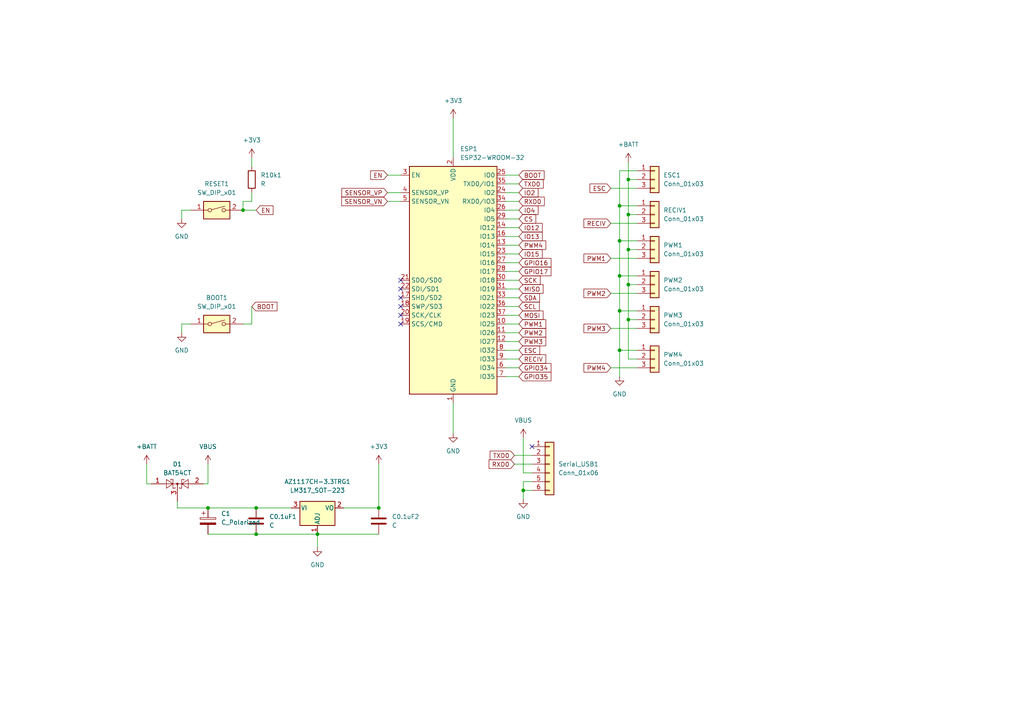
<source format=kicad_sch>
(kicad_sch (version 20230121) (generator eeschema)
  (paper "A4")
  (lib_symbols
    (symbol "Connector_Generic:Conn_01x03" (pin_names (offset 1.016) hide)
      (property "Reference" "J" (at 0 5.08 0))
      (property "Value" "Conn_01x03" (at 0 -5.08 0))
      (symbol "Conn_01x03_1_1"
        (rectangle (start -1.27 -2.413) (end 0 -2.667) (stroke (width 0.1524)))
        (rectangle (start -1.27 0.127) (end 0 -0.127) (stroke (width 0.1524)))
        (rectangle (start -1.27 2.667) (end 0 2.413) (stroke (width 0.1524)))
        (rectangle (start -1.27 3.81) (end 1.27 -3.81) (stroke (width 0.254)) (fill (type background)))
        (pin passive line (at -5.08 2.54 0) (length 3.81) (name "Pin_1") (number "1"))
        (pin passive line (at -5.08 0 0) (length 3.81) (name "Pin_2") (number "2"))
        (pin passive line (at -5.08 -2.54 0) (length 3.81) (name "Pin_3") (number "3"))
      )
    )
    (symbol "Connector_Generic:Conn_01x06" (pin_names (offset 1.016) hide)
      (property "Reference" "J" (at 0 7.62 0))
      (property "Value" "Conn_01x06" (at 0 -10.16 0))
      (symbol "Conn_01x06_1_1"
        (rectangle (start -1.27 -7.493) (end 0 -7.747) (stroke (width 0.1524)))
        (rectangle (start -1.27 -4.953) (end 0 -5.207) (stroke (width 0.1524)))
        (rectangle (start -1.27 -2.413) (end 0 -2.667) (stroke (width 0.1524)))
        (rectangle (start -1.27 0.127) (end 0 -0.127) (stroke (width 0.1524)))
        (rectangle (start -1.27 2.667) (end 0 2.413) (stroke (width 0.1524)))
        (rectangle (start -1.27 5.207) (end 0 4.953) (stroke (width 0.1524)))
        (rectangle (start -1.27 6.35) (end 1.27 -8.89) (stroke (width 0.254)) (fill (type background)))
        (pin passive line (at -5.08 5.08 0) (length 3.81) (name "Pin_1") (number "1"))
        (pin passive line (at -5.08 2.54 0) (length 3.81) (name "Pin_2") (number "2"))
        (pin passive line (at -5.08 0 0) (length 3.81) (name "Pin_3") (number "3"))
        (pin passive line (at -5.08 -2.54 0) (length 3.81) (name "Pin_4") (number "4"))
        (pin passive line (at -5.08 -5.08 0) (length 3.81) (name "Pin_5") (number "5"))
        (pin passive line (at -5.08 -7.62 0) (length 3.81) (name "Pin_6") (number "6"))
      )
    )
    (symbol "Device:C" (pin_numbers hide) (pin_names (offset 0.254))
      (property "Reference" "C" (at 0.635 2.54 0))
      (property "Value" "C" (at 0.635 -2.54 0))
      (symbol "C_0_1"
        (polyline (pts (xy -2.032 -0.762) (xy 2.032 -0.762)) (stroke (width 0.508)))
        (polyline (pts (xy -2.032 0.762) (xy 2.032 0.762)) (stroke (width 0.508)))
      )
      (symbol "C_1_1"
        (pin passive line (at 0 3.81 270) (length 2.794) (name "~") (number "1"))
        (pin passive line (at 0 -3.81 90) (length 2.794) (name "~") (number "2"))
      )
    )
    (symbol "Device:C_Polarized" (pin_numbers hide) (pin_names (offset 0.254))
      (property "Reference" "C" (at 0.635 2.54 0))
      (property "Value" "C_Polarized" (at 0.635 -2.54 0))
      (symbol "C_Polarized_0_1"
        (rectangle (start -2.286 0.508) (end 2.286 1.016))
        (polyline (pts (xy -1.778 2.286) (xy -0.762 2.286)))
        (polyline (pts (xy -1.27 2.794) (xy -1.27 1.778)))
        (rectangle (start 2.286 -0.508) (end -2.286 -1.016) (fill (type outline)))
      )
      (symbol "C_Polarized_1_1"
        (pin passive line (at 0 3.81 270) (length 2.794) (name "~") (number "1"))
        (pin passive line (at 0 -3.81 90) (length 2.794) (name "~") (number "2"))
      )
    )
    (symbol "Device:R" (pin_numbers hide) (pin_names (offset 0))
      (property "Reference" "R" (at 2.032 0 90))
      (property "Value" "R" (at 0 0 90))
      (symbol "R_0_1"
        (rectangle (start -1.016 -2.54) (end 1.016 2.54) (stroke (width 0.254)))
      )
      (symbol "R_1_1"
        (pin passive line (at 0 3.81 270) (length 1.27) (name "~") (number "1"))
        (pin passive line (at 0 -3.81 90) (length 1.27) (name "~") (number "2"))
      )
    )
    (symbol "Diode:BAT54C" (pin_names (offset 1.016))
      (property "Reference" "D" (at 0.635 -3.81 0))
      (property "Value" "BAT54C" (at -6.35 3.175 0))
      (symbol "BAT54C_0_1"
        (polyline (pts (xy -1.905 0) (xy 1.905 0)))
        (polyline (pts (xy -1.905 1.27) (xy -1.905 1.016)))
        (polyline (pts (xy -1.27 -1.27) (xy -0.635 -1.27)))
        (polyline (pts (xy -1.27 0) (xy -3.81 0)))
        (polyline (pts (xy -1.27 1.27) (xy -1.905 1.27)))
        (polyline (pts (xy -1.27 1.27) (xy -1.27 -1.27)))
        (polyline (pts (xy -0.635 -1.27) (xy -0.635 -1.016)))
        (polyline (pts (xy 0.635 -1.27) (xy 0.635 -1.016)))
        (polyline (pts (xy 1.27 -1.27) (xy 0.635 -1.27)))
        (polyline (pts (xy 1.27 1.27) (xy 1.27 -1.27)))
        (polyline (pts (xy 1.27 1.27) (xy 1.905 1.27)))
        (polyline (pts (xy 1.905 1.27) (xy 1.905 1.016)))
        (polyline (pts (xy 3.81 0) (xy 1.27 0)))
        (polyline (pts (xy -3.175 -1.27) (xy -3.175 1.27) (xy -1.27 0) (xy -3.175 -1.27)))
        (polyline (pts (xy 3.175 -1.27) (xy 3.175 1.27) (xy 1.27 0) (xy 3.175 -1.27)))
        (circle (center 0 0) (radius 0.254) (fill (type outline)))
      )
      (symbol "BAT54C_1_1"
        (pin passive line (at -7.62 0 0) (length 3.81) (name "~") (number "1"))
        (pin passive line (at 7.62 0 180) (length 3.81) (name "~") (number "2"))
        (pin passive line (at 0 -5.08 90) (length 5.08) (name "~") (number "3"))
      )
    )
    (symbol "RF_Module:ESP32-WROOM-32"
      (property "Reference" "U" (at -12.7 34.29 0))
      (property "Value" "ESP32-WROOM-32" (at 1.27 34.29 0))
      (symbol "ESP32-WROOM-32_0_1"
        (rectangle (start -12.7 33.02) (end 12.7 -33.02) (stroke (width 0.254)) (fill (type background)))
      )
      (symbol "ESP32-WROOM-32_1_1"
        (pin power_in line (at 0 -35.56 90) (length 2.54) (name "GND") (number "1"))
        (pin bidirectional line (at 15.24 -12.7 180) (length 2.54) (name "IO25") (number "10"))
        (pin bidirectional line (at 15.24 -15.24 180) (length 2.54) (name "IO26") (number "11"))
        (pin bidirectional line (at 15.24 -17.78 180) (length 2.54) (name "IO27") (number "12"))
        (pin bidirectional line (at 15.24 10.16 180) (length 2.54) (name "IO14") (number "13"))
        (pin bidirectional line (at 15.24 15.24 180) (length 2.54) (name "IO12") (number "14"))
        (pin passive line (at 0 -35.56 90) (length 2.54) hide (name "GND") (number "15"))
        (pin bidirectional line (at 15.24 12.7 180) (length 2.54) (name "IO13") (number "16"))
        (pin bidirectional line (at -15.24 -5.08 0) (length 2.54) (name "SHD/SD2") (number "17"))
        (pin bidirectional line (at -15.24 -7.62 0) (length 2.54) (name "SWP/SD3") (number "18"))
        (pin bidirectional line (at -15.24 -12.7 0) (length 2.54) (name "SCS/CMD") (number "19"))
        (pin power_in line (at 0 35.56 270) (length 2.54) (name "VDD") (number "2"))
        (pin bidirectional line (at -15.24 -10.16 0) (length 2.54) (name "SCK/CLK") (number "20"))
        (pin bidirectional line (at -15.24 0 0) (length 2.54) (name "SDO/SD0") (number "21"))
        (pin bidirectional line (at -15.24 -2.54 0) (length 2.54) (name "SDI/SD1") (number "22"))
        (pin bidirectional line (at 15.24 7.62 180) (length 2.54) (name "IO15") (number "23"))
        (pin bidirectional line (at 15.24 25.4 180) (length 2.54) (name "IO2") (number "24"))
        (pin bidirectional line (at 15.24 30.48 180) (length 2.54) (name "IO0") (number "25"))
        (pin bidirectional line (at 15.24 20.32 180) (length 2.54) (name "IO4") (number "26"))
        (pin bidirectional line (at 15.24 5.08 180) (length 2.54) (name "IO16") (number "27"))
        (pin bidirectional line (at 15.24 2.54 180) (length 2.54) (name "IO17") (number "28"))
        (pin bidirectional line (at 15.24 17.78 180) (length 2.54) (name "IO5") (number "29"))
        (pin input line (at -15.24 30.48 0) (length 2.54) (name "EN") (number "3"))
        (pin bidirectional line (at 15.24 0 180) (length 2.54) (name "IO18") (number "30"))
        (pin bidirectional line (at 15.24 -2.54 180) (length 2.54) (name "IO19") (number "31"))
        (pin no_connect line (at -12.7 -27.94 0) (length 2.54) hide (name "NC") (number "32"))
        (pin bidirectional line (at 15.24 -5.08 180) (length 2.54) (name "IO21") (number "33"))
        (pin bidirectional line (at 15.24 22.86 180) (length 2.54) (name "RXD0/IO3") (number "34"))
        (pin bidirectional line (at 15.24 27.94 180) (length 2.54) (name "TXD0/IO1") (number "35"))
        (pin bidirectional line (at 15.24 -7.62 180) (length 2.54) (name "IO22") (number "36"))
        (pin bidirectional line (at 15.24 -10.16 180) (length 2.54) (name "IO23") (number "37"))
        (pin passive line (at 0 -35.56 90) (length 2.54) hide (name "GND") (number "38"))
        (pin passive line (at 0 -35.56 90) (length 2.54) hide (name "GND") (number "39"))
        (pin input line (at -15.24 25.4 0) (length 2.54) (name "SENSOR_VP") (number "4"))
        (pin input line (at -15.24 22.86 0) (length 2.54) (name "SENSOR_VN") (number "5"))
        (pin input line (at 15.24 -25.4 180) (length 2.54) (name "IO34") (number "6"))
        (pin input line (at 15.24 -27.94 180) (length 2.54) (name "IO35") (number "7"))
        (pin bidirectional line (at 15.24 -20.32 180) (length 2.54) (name "IO32") (number "8"))
        (pin bidirectional line (at 15.24 -22.86 180) (length 2.54) (name "IO33") (number "9"))
      )
    )
    (symbol "Regulator_Linear:LM317_SOT-223" (pin_names (offset 0.254))
      (property "Reference" "U" (at -3.81 3.175 0))
      (property "Value" "LM317_SOT-223" (at 0 3.175 0))
      (symbol "LM317_SOT-223_0_1"
        (rectangle (start -5.08 1.905) (end 5.08 -5.08) (stroke (width 0.254)) (fill (type background)))
      )
      (symbol "LM317_SOT-223_1_1"
        (pin input line (at 0 -7.62 90) (length 2.54) (name "ADJ") (number "1"))
        (pin power_out line (at 7.62 0 180) (length 2.54) (name "VO") (number "2"))
        (pin power_in line (at -7.62 0 0) (length 2.54) (name "VI") (number "3"))
      )
    )
    (symbol "Switch:SW_DIP_x01" (pin_names (offset 0) hide)
      (property "Reference" "SW" (at 0 3.81 0))
      (property "Value" "SW_DIP_x01" (at 0 -3.81 0))
      (symbol "SW_DIP_x01_0_0"
        (circle (center -2.032 0) (radius 0.508))
        (polyline (pts (xy -1.524 0.127) (xy 2.3622 1.1684)))
        (circle (center 2.032 0) (radius 0.508))
      )
      (symbol "SW_DIP_x01_0_1"
        (rectangle (start -3.81 2.54) (end 3.81 -2.54) (stroke (width 0.254)) (fill (type background)))
      )
      (symbol "SW_DIP_x01_1_1"
        (pin passive line (at -7.62 0 0) (length 5.08) (name "~") (number "1"))
        (pin passive line (at 7.62 0 180) (length 5.08) (name "~") (number "2"))
      )
    )
    (symbol "power:+3V3" (power) (pin_names (offset 0))
      (property "Value" "+3V3" (at 0 3.556 0))
      (symbol "+3V3_0_1"
        (polyline (pts (xy -0.762 1.27) (xy 0 2.54)))
        (polyline (pts (xy 0 0) (xy 0 2.54)))
        (polyline (pts (xy 0 2.54) (xy 0.762 1.27)))
      )
      (symbol "+3V3_1_1"
        (pin power_in line (at 0 0 90) (length 0) hide (name "+3V3") (number "1"))
      )
    )
    (symbol "power:+BATT" (power) (pin_names (offset 0))
      (property "Value" "+BATT" (at 0 3.556 0))
      (symbol "+BATT_0_1"
        (polyline (pts (xy -0.762 1.27) (xy 0 2.54)))
        (polyline (pts (xy 0 0) (xy 0 2.54)))
        (polyline (pts (xy 0 2.54) (xy 0.762 1.27)))
      )
      (symbol "+BATT_1_1"
        (pin power_in line (at 0 0 90) (length 0) hide (name "+BATT") (number "1"))
      )
    )
    (symbol "power:GND" (power) (pin_names (offset 0))
      (property "Value" "GND" (at 0 -3.81 0))
      (symbol "GND_0_1"
        (polyline (pts (xy 0 0) (xy 0 -1.27) (xy 1.27 -1.27) (xy 0 -2.54) (xy -1.27 -1.27) (xy 0 -1.27)))
      )
      (symbol "GND_1_1"
        (pin power_in line (at 0 0 270) (length 0) hide (name "GND") (number "1"))
      )
    )
    (symbol "power:VBUS" (power) (pin_names (offset 0))
      (property "Value" "VBUS" (at 0 3.81 0))
      (symbol "VBUS_0_1"
        (polyline (pts (xy -0.762 1.27) (xy 0 2.54)))
        (polyline (pts (xy 0 0) (xy 0 2.54)))
        (polyline (pts (xy 0 2.54) (xy 0.762 1.27)))
      )
      (symbol "VBUS_1_1"
        (pin power_in line (at 0 0 90) (length 0) hide (name "VBUS") (number "1"))
      )
    )
  )
  (junction (at 74.295 154.94))
  (junction (at 74.295 147.32))
  (junction (at 179.705 80.01))
  (junction (at 179.705 69.85))
  (junction (at 151.765 142.24))
  (junction (at 179.705 90.17))
  (junction (at 70.485 60.96))
  (junction (at 182.245 52.07))
  (junction (at 60.325 147.32))
  (junction (at 179.705 101.6))
  (junction (at 109.855 147.32))
  (junction (at 182.245 72.39))
  (junction (at 182.245 92.71))
  (junction (at 182.245 82.55))
  (junction (at 179.705 59.69))
  (junction (at 92.075 154.94))
  (junction (at 182.245 62.23))
  (no_connect (at 116.205 88.9))
  (no_connect (at 116.205 81.28))
  (no_connect (at 116.205 86.36))
  (no_connect (at 116.205 91.44))
  (no_connect (at 154.305 129.54))
  (no_connect (at 116.205 93.98))
  (no_connect (at 116.205 83.82))
  (wire (pts (xy 112.395 58.42) (xy 116.205 58.42)))
  (wire (pts (xy 92.075 154.94) (xy 109.855 154.94)))
  (wire (pts (xy 73.025 45.72) (xy 73.025 48.26)))
  (wire (pts (xy 146.685 73.66) (xy 150.495 73.66)))
  (wire (pts (xy 146.685 88.9) (xy 150.495 88.9)))
  (wire (pts (xy 182.245 46.99) (xy 182.245 52.07)))
  (wire (pts (xy 73.025 88.9) (xy 73.025 93.98)))
  (wire (pts (xy 51.435 145.415) (xy 51.435 147.32)))
  (wire (pts (xy 151.765 137.16) (xy 154.305 137.16)))
  (wire (pts (xy 146.685 101.6) (xy 150.495 101.6)))
  (wire (pts (xy 51.435 147.32) (xy 60.325 147.32)))
  (wire (pts (xy 92.075 154.94) (xy 92.075 158.75)))
  (wire (pts (xy 146.685 81.28) (xy 150.495 81.28)))
  (wire (pts (xy 146.685 71.12) (xy 150.495 71.12)))
  (wire (pts (xy 182.245 52.07) (xy 184.785 52.07)))
  (wire (pts (xy 146.685 83.82) (xy 150.495 83.82)))
  (wire (pts (xy 146.685 55.88) (xy 150.495 55.88)))
  (wire (pts (xy 42.545 140.335) (xy 43.815 140.335)))
  (wire (pts (xy 182.245 62.23) (xy 182.245 72.39)))
  (wire (pts (xy 149.225 134.62) (xy 154.305 134.62)))
  (wire (pts (xy 182.245 52.07) (xy 182.245 62.23)))
  (wire (pts (xy 182.245 92.71) (xy 182.245 104.14)))
  (wire (pts (xy 112.395 50.8) (xy 116.205 50.8)))
  (wire (pts (xy 182.245 82.55) (xy 182.245 92.71)))
  (wire (pts (xy 179.705 101.6) (xy 179.705 90.17)))
  (wire (pts (xy 179.705 80.01) (xy 179.705 69.85)))
  (wire (pts (xy 146.685 109.22) (xy 150.495 109.22)))
  (wire (pts (xy 179.705 80.01) (xy 184.785 80.01)))
  (wire (pts (xy 112.395 55.88) (xy 116.205 55.88)))
  (wire (pts (xy 179.705 59.69) (xy 179.705 49.53)))
  (wire (pts (xy 182.245 104.14) (xy 184.785 104.14)))
  (wire (pts (xy 149.225 132.08) (xy 154.305 132.08)))
  (wire (pts (xy 146.685 96.52) (xy 150.495 96.52)))
  (wire (pts (xy 182.245 82.55) (xy 184.785 82.55)))
  (wire (pts (xy 42.545 134.62) (xy 42.545 140.335)))
  (wire (pts (xy 146.685 91.44) (xy 150.495 91.44)))
  (wire (pts (xy 131.445 34.29) (xy 131.445 45.72)))
  (wire (pts (xy 151.765 139.7) (xy 151.765 142.24)))
  (wire (pts (xy 131.445 116.84) (xy 131.445 125.73)))
  (wire (pts (xy 151.765 142.24) (xy 154.305 142.24)))
  (wire (pts (xy 179.705 59.69) (xy 184.785 59.69)))
  (wire (pts (xy 146.685 53.34) (xy 150.495 53.34)))
  (wire (pts (xy 60.325 134.62) (xy 60.325 140.335)))
  (wire (pts (xy 70.485 60.96) (xy 74.295 60.96)))
  (wire (pts (xy 179.705 101.6) (xy 184.785 101.6)))
  (wire (pts (xy 154.305 139.7) (xy 151.765 139.7)))
  (wire (pts (xy 182.245 72.39) (xy 182.245 82.55)))
  (wire (pts (xy 146.685 78.74) (xy 150.495 78.74)))
  (wire (pts (xy 146.685 93.98) (xy 150.495 93.98)))
  (wire (pts (xy 59.055 140.335) (xy 60.325 140.335)))
  (wire (pts (xy 52.705 93.98) (xy 55.245 93.98)))
  (wire (pts (xy 151.765 127) (xy 151.765 137.16)))
  (wire (pts (xy 70.485 58.42) (xy 73.025 58.42)))
  (wire (pts (xy 74.295 154.94) (xy 92.075 154.94)))
  (wire (pts (xy 60.325 154.94) (xy 74.295 154.94)))
  (wire (pts (xy 146.685 99.06) (xy 150.495 99.06)))
  (wire (pts (xy 182.245 72.39) (xy 184.785 72.39)))
  (wire (pts (xy 146.685 58.42) (xy 150.495 58.42)))
  (wire (pts (xy 177.165 106.68) (xy 184.785 106.68)))
  (wire (pts (xy 52.705 63.5) (xy 52.705 60.96)))
  (wire (pts (xy 52.705 96.52) (xy 52.705 93.98)))
  (wire (pts (xy 146.685 66.04) (xy 150.495 66.04)))
  (wire (pts (xy 182.245 92.71) (xy 184.785 92.71)))
  (wire (pts (xy 70.485 58.42) (xy 70.485 60.96)))
  (wire (pts (xy 146.685 68.58) (xy 150.495 68.58)))
  (wire (pts (xy 73.025 93.98) (xy 70.485 93.98)))
  (wire (pts (xy 146.685 50.8) (xy 150.495 50.8)))
  (wire (pts (xy 151.765 142.24) (xy 151.765 144.78)))
  (wire (pts (xy 146.685 60.96) (xy 150.495 60.96)))
  (wire (pts (xy 177.165 95.25) (xy 184.785 95.25)))
  (wire (pts (xy 146.685 86.36) (xy 150.495 86.36)))
  (wire (pts (xy 179.705 109.22) (xy 179.705 101.6)))
  (wire (pts (xy 74.295 147.32) (xy 84.455 147.32)))
  (wire (pts (xy 179.705 69.85) (xy 184.785 69.85)))
  (wire (pts (xy 177.165 64.77) (xy 184.785 64.77)))
  (wire (pts (xy 177.165 54.61) (xy 184.785 54.61)))
  (wire (pts (xy 146.685 106.68) (xy 150.495 106.68)))
  (wire (pts (xy 52.705 60.96) (xy 55.245 60.96)))
  (wire (pts (xy 73.025 55.88) (xy 73.025 58.42)))
  (wire (pts (xy 179.705 49.53) (xy 184.785 49.53)))
  (wire (pts (xy 99.695 147.32) (xy 109.855 147.32)))
  (wire (pts (xy 179.705 69.85) (xy 179.705 59.69)))
  (wire (pts (xy 182.245 62.23) (xy 184.785 62.23)))
  (wire (pts (xy 146.685 76.2) (xy 150.495 76.2)))
  (wire (pts (xy 146.685 63.5) (xy 150.495 63.5)))
  (wire (pts (xy 177.165 85.09) (xy 184.785 85.09)))
  (wire (pts (xy 109.855 134.62) (xy 109.855 147.32)))
  (wire (pts (xy 146.685 104.14) (xy 150.495 104.14)))
  (wire (pts (xy 179.705 90.17) (xy 179.705 80.01)))
  (wire (pts (xy 177.165 74.93) (xy 184.785 74.93)))
  (wire (pts (xy 179.705 90.17) (xy 184.785 90.17)))
  (wire (pts (xy 60.325 147.32) (xy 74.295 147.32)))
  (global_label "GPIO34" (shape input) (at 150.495 106.68 0) (property "Intersheetrefs" "${INTERSHEET_REFS}" (effects hide)) (property "シート間のリファレンス" "${INTERSHEET_REFS}" (effects hide)))
  (global_label "RXD0" (shape input) (at 150.495 58.42 0) (property "Intersheetrefs" "${INTERSHEET_REFS}" (effects hide)) (property "シート間のリファレンス" "${INTERSHEET_REFS}" (effects hide)))
  (global_label "RECIV" (shape input) (at 150.495 104.14 0) (property "Intersheetrefs" "${INTERSHEET_REFS}" (effects hide)) (property "シート間のリファレンス" "${INTERSHEET_REFS}" (effects hide)))
  (global_label "IO4" (shape input) (at 150.495 60.96 0) (property "Intersheetrefs" "${INTERSHEET_REFS}" (effects hide)) (property "シート間のリファレンス" "${INTERSHEET_REFS}" (effects hide)))
  (global_label "CS" (shape input) (at 150.495 63.5 0) (property "Intersheetrefs" "${INTERSHEET_REFS}" (effects hide)) (property "シート間のリファレンス" "${INTERSHEET_REFS}" (effects hide)))
  (global_label "SDA" (shape input) (at 150.495 86.36 0) (property "Intersheetrefs" "${INTERSHEET_REFS}" (effects hide)) (property "シート間のリファレンス" "${INTERSHEET_REFS}" (effects hide)))
  (global_label "IO12" (shape input) (at 150.495 66.04 0) (property "Intersheetrefs" "${INTERSHEET_REFS}" (effects hide)) (property "シート間のリファレンス" "${INTERSHEET_REFS}" (effects hide)))
  (global_label "ESC" (shape input) (at 177.165 54.61 180) (property "Intersheetrefs" "${INTERSHEET_REFS}" (effects hide)) (property "シート間のリファレンス" "${INTERSHEET_REFS}" (effects hide)))
  (global_label "PWM3" (shape input) (at 177.165 95.25 180) (property "Intersheetrefs" "${INTERSHEET_REFS}" (effects hide)) (property "シート間のリファレンス" "${INTERSHEET_REFS}" (effects hide)))
  (global_label "IO2" (shape input) (at 150.495 55.88 0) (property "Intersheetrefs" "${INTERSHEET_REFS}" (effects hide)) (property "シート間のリファレンス" "${INTERSHEET_REFS}" (effects hide)))
  (global_label "PWM2" (shape input) (at 177.165 85.09 180) (property "Intersheetrefs" "${INTERSHEET_REFS}" (effects hide)) (property "シート間のリファレンス" "${INTERSHEET_REFS}" (effects hide)))
  (global_label "SENSOR_VN" (shape input) (at 112.395 58.42 180) (property "Intersheetrefs" "${INTERSHEET_REFS}" (effects hide)) (property "シート間のリファレンス" "${INTERSHEET_REFS}" (effects hide)))
  (global_label "TXD0" (shape input) (at 149.225 132.08 180) (property "Intersheetrefs" "${INTERSHEET_REFS}" (effects hide)) (property "シート間のリファレンス" "${INTERSHEET_REFS}" (effects hide)))
  (global_label "IO13" (shape input) (at 150.495 68.58 0) (property "Intersheetrefs" "${INTERSHEET_REFS}" (effects hide)) (property "シート間のリファレンス" "${INTERSHEET_REFS}" (effects hide)))
  (global_label "RECIV" (shape input) (at 177.165 64.77 180) (property "Intersheetrefs" "${INTERSHEET_REFS}" (effects hide)) (property "シート間のリファレンス" "${INTERSHEET_REFS}" (effects hide)))
  (global_label "BOOT" (shape input) (at 150.495 50.8 0) (property "Intersheetrefs" "${INTERSHEET_REFS}" (effects hide)) (property "シート間のリファレンス" "${INTERSHEET_REFS}" (effects hide)))
  (global_label "SENSOR_VP" (shape input) (at 112.395 55.88 180) (property "Intersheetrefs" "${INTERSHEET_REFS}" (effects hide)) (property "シート間のリファレンス" "${INTERSHEET_REFS}" (effects hide)))
  (global_label "GPIO35" (shape input) (at 150.495 109.22 0) (property "Intersheetrefs" "${INTERSHEET_REFS}" (effects hide)) (property "シート間のリファレンス" "${INTERSHEET_REFS}" (effects hide)))
  (global_label "RXD0" (shape input) (at 149.225 134.62 180) (property "Intersheetrefs" "${INTERSHEET_REFS}" (effects hide)) (property "シート間のリファレンス" "${INTERSHEET_REFS}" (effects hide)))
  (global_label "PWM4" (shape input) (at 150.495 71.12 0) (property "Intersheetrefs" "${INTERSHEET_REFS}" (effects hide)) (property "シート間のリファレンス" "${INTERSHEET_REFS}" (effects hide)))
  (global_label "MOSI" (shape input) (at 150.495 91.44 0) (property "Intersheetrefs" "${INTERSHEET_REFS}" (effects hide)) (property "シート間のリファレンス" "${INTERSHEET_REFS}" (effects hide)))
  (global_label "TXD0" (shape input) (at 150.495 53.34 0) (property "Intersheetrefs" "${INTERSHEET_REFS}" (effects hide)) (property "シート間のリファレンス" "${INTERSHEET_REFS}" (effects hide)))
  (global_label "PWM1" (shape input) (at 150.495 93.98 0) (property "Intersheetrefs" "${INTERSHEET_REFS}" (effects hide)) (property "シート間のリファレンス" "${INTERSHEET_REFS}" (effects hide)))
  (global_label "MISO" (shape input) (at 150.495 83.82 0) (property "Intersheetrefs" "${INTERSHEET_REFS}" (effects hide)) (property "シート間のリファレンス" "${INTERSHEET_REFS}" (effects hide)))
  (global_label "SCK" (shape input) (at 150.495 81.28 0) (property "Intersheetrefs" "${INTERSHEET_REFS}" (effects hide)) (property "シート間のリファレンス" "${INTERSHEET_REFS}" (effects hide)))
  (global_label "PWM1" (shape input) (at 177.165 74.93 180) (property "Intersheetrefs" "${INTERSHEET_REFS}" (effects hide)) (property "シート間のリファレンス" "${INTERSHEET_REFS}" (effects hide)))
  (global_label "PWM3" (shape input) (at 150.495 99.06 0) (property "Intersheetrefs" "${INTERSHEET_REFS}" (effects hide)) (property "シート間のリファレンス" "${INTERSHEET_REFS}" (effects hide)))
  (global_label "BOOT" (shape input) (at 73.025 88.9 0) (property "Intersheetrefs" "${INTERSHEET_REFS}" (effects hide)) (property "シート間のリファレンス" "${INTERSHEET_REFS}" (effects hide)))
  (global_label "GPIO16" (shape input) (at 150.495 76.2 0) (property "Intersheetrefs" "${INTERSHEET_REFS}" (effects hide)) (property "シート間のリファレンス" "${INTERSHEET_REFS}" (effects hide)))
  (global_label "SCL" (shape input) (at 150.495 88.9 0) (property "Intersheetrefs" "${INTERSHEET_REFS}" (effects hide)) (property "シート間のリファレンス" "${INTERSHEET_REFS}" (effects hide)))
  (global_label "PWM2" (shape input) (at 150.495 96.52 0) (property "Intersheetrefs" "${INTERSHEET_REFS}" (effects hide)) (property "シート間のリファレンス" "${INTERSHEET_REFS}" (effects hide)))
  (global_label "EN" (shape input) (at 112.395 50.8 180) (property "Intersheetrefs" "${INTERSHEET_REFS}" (effects hide)) (property "シート間のリファレンス" "${INTERSHEET_REFS}" (effects hide)))
  (global_label "IO15" (shape input) (at 150.495 73.66 0) (property "Intersheetrefs" "${INTERSHEET_REFS}" (effects hide)) (property "シート間のリファレンス" "${INTERSHEET_REFS}" (effects hide)))
  (global_label "EN" (shape input) (at 74.295 60.96 0) (property "Intersheetrefs" "${INTERSHEET_REFS}" (effects hide)) (property "シート間のリファレンス" "${INTERSHEET_REFS}" (effects hide)))
  (global_label "GPIO17" (shape input) (at 150.495 78.74 0) (property "Intersheetrefs" "${INTERSHEET_REFS}" (effects hide)) (property "シート間のリファレンス" "${INTERSHEET_REFS}" (effects hide)))
  (global_label "PWM4" (shape input) (at 177.165 106.68 180) (property "Intersheetrefs" "${INTERSHEET_REFS}" (effects hide)) (property "シート間のリファレンス" "${INTERSHEET_REFS}" (effects hide)))
  (global_label "ESC" (shape input) (at 150.495 101.6 0) (property "Intersheetrefs" "${INTERSHEET_REFS}" (effects hide)) (property "シート間のリファレンス" "${INTERSHEET_REFS}" (effects hide)))
  (symbol (lib_id "power:VBUS") (at 151.765 127 0) (unit 1)
    (property "Reference" "#PWR0112" (effects hide))
    (property "Value" "VBUS" (at 151.765 121.92 0))
  )
  (symbol (lib_id "power:+BATT") (at 182.245 46.99 0) (unit 1)
    (property "Reference" "#PWR0113" (effects hide))
    (property "Value" "+BATT" (at 182.245 41.91 0))
  )
  (symbol (lib_id "Connector_Generic:Conn_01x03") (at 189.865 92.71 0) (unit 1)
    (property "Reference" "PWM3" (at 192.405 91.4399 0) (effects (justify left)))
    (property "Value" "Conn_01x03" (at 192.405 93.9799 0) (effects (justify left)))
    (property "Footprint" "Connector_PinHeader_2.54mm:PinHeader_1x03_P2.54mm_Vertical" (effects hide))
  )
  (symbol (lib_id "power:+BATT") (at 42.545 134.62 0) (unit 1)
    (property "Reference" "#PWR0103" (effects hide))
    (property "Value" "+BATT" (at 42.545 129.54 0))
  )
  (symbol (lib_id "power:GND") (at 92.075 158.75 0) (unit 1)
    (property "Reference" "#PWR0101" (effects hide))
    (property "Value" "GND" (at 92.075 163.83 0))
  )
  (symbol (lib_id "Device:C") (at 74.295 151.13 0) (unit 1)
    (property "Reference" "C0.1uF1" (at 78.105 149.8599 0) (effects (justify left)))
    (property "Value" "C" (at 78.105 152.3999 0) (effects (justify left)))
    (property "Footprint" "Capacitor_SMD:C_0603_1608Metric" (effects hide))
  )
  (symbol (lib_id "RF_Module:ESP32-WROOM-32") (at 131.445 81.28 0) (unit 1)
    (property "Reference" "ESP1" (at 133.4644 43.18 0) (effects (justify left)))
    (property "Value" "ESP32-WROOM-32" (at 133.4644 45.72 0) (effects (justify left)))
    (property "Footprint" "RF_Module:ESP32-WROOM-32" (effects hide))
    (property "Datasheet" "https://www.espressif.com/sites/default/files/documentation/esp32-wroom-32_datasheet_en.pdf" (effects hide))
  )
  (symbol (lib_id "Connector_Generic:Conn_01x03") (at 189.865 52.07 0) (unit 1)
    (property "Reference" "ESC1" (at 192.405 50.7999 0) (effects (justify left)))
    (property "Value" "Conn_01x03" (at 192.405 53.3399 0) (effects (justify left)))
    (property "Footprint" "Connector_PinHeader_2.54mm:PinHeader_1x03_P2.54mm_Vertical" (effects hide))
  )
  (symbol (lib_id "Connector_Generic:Conn_01x03") (at 189.865 72.39 0) (unit 1)
    (property "Reference" "PWM1" (at 192.405 71.1199 0) (effects (justify left)))
    (property "Value" "Conn_01x03" (at 192.405 73.6599 0) (effects (justify left)))
    (property "Footprint" "Connector_PinHeader_2.54mm:PinHeader_1x03_P2.54mm_Vertical" (effects hide))
  )
  (symbol (lib_id "Connector_Generic:Conn_01x03") (at 189.865 82.55 0) (unit 1)
    (property "Reference" "PWM2" (at 192.405 81.2799 0) (effects (justify left)))
    (property "Value" "Conn_01x03" (at 192.405 83.8199 0) (effects (justify left)))
    (property "Footprint" "Connector_PinHeader_2.54mm:PinHeader_1x03_P2.54mm_Vertical" (effects hide))
  )
  (symbol (lib_id "Device:C_Polarized") (at 60.325 151.13 0) (unit 1)
    (property "Reference" "C1" (at 64.135 148.9709 0) (effects (justify left)))
    (property "Value" "C_Polarized" (at 64.135 151.5109 0) (effects (justify left)))
    (property "Footprint" "Capacitor_Tantalum_SMD:CP_EIA-3528-15_AVX-H" (effects hide))
  )
  (symbol (lib_id "Diode:BAT54C") (at 51.435 140.335 0) (unit 1)
    (property "Reference" "D1" (at 51.435 134.62 0))
    (property "Value" "BAT54CT" (at 51.435 137.16 0))
    (property "Footprint" "Package_TO_SOT_SMD:SOT-523" (effects hide))
    (property "Datasheet" "http://www.diodes.com/_files/datasheets/ds11005.pdf" (effects hide))
  )
  (symbol (lib_id "Regulator_Linear:LM317_SOT-223") (at 92.075 147.32 0) (unit 1)
    (property "Reference" "AZ1117CH-3.3TRG1" (at 92.075 139.7 0))
    (property "Value" "LM317_SOT-223" (at 92.075 142.24 0))
    (property "Footprint" "Package_TO_SOT_SMD:SOT-223-3_TabPin2" (effects hide))
    (property "Datasheet" "http://www.ti.com/lit/ds/symlink/lm317.pdf" (effects hide))
  )
  (symbol (lib_id "Switch:SW_DIP_x01") (at 62.865 93.98 0) (unit 1)
    (property "Reference" "BOOT1" (at 62.865 86.36 0))
    (property "Value" "SW_DIP_x01" (at 62.865 88.9 0))
    (property "Footprint" "Button_Switch_SMD:SW_Push_1P1T_NO_Vertical_Wuerth_434133025816" (effects hide))
  )
  (symbol (lib_id "Connector_Generic:Conn_01x06") (at 159.385 134.62 0) (unit 1)
    (property "Reference" "Serial_USB1" (at 161.925 134.6199 0) (effects (justify left)))
    (property "Value" "Conn_01x06" (at 161.925 137.1599 0) (effects (justify left)))
    (property "Footprint" "Connector_PinHeader_2.54mm:PinHeader_1x06_P2.54mm_Vertical" (effects hide))
  )
  (symbol (lib_id "power:+3V3") (at 73.025 45.72 0) (unit 1)
    (property "Reference" "#PWR0108" (effects hide))
    (property "Value" "+3V3" (at 73.025 40.64 0))
  )
  (symbol (lib_id "Device:R") (at 73.025 52.07 0) (unit 1)
    (property "Reference" "R10k1" (at 75.565 50.7999 0) (effects (justify left)))
    (property "Value" "R" (at 75.565 53.3399 0) (effects (justify left)))
    (property "Footprint" "Resistor_SMD:R_0603_1608Metric" (effects hide))
  )
  (symbol (lib_id "power:+3V3") (at 131.445 34.29 0) (unit 1)
    (property "Reference" "#PWR0106" (effects hide))
    (property "Value" "+3V3" (at 131.445 29.21 0))
  )
  (symbol (lib_id "power:+3V3") (at 109.855 134.62 0) (unit 1)
    (property "Reference" "#PWR0104" (effects hide))
    (property "Value" "+3V3" (at 109.855 129.54 0))
  )
  (symbol (lib_id "power:GND") (at 131.445 125.73 0) (unit 1)
    (property "Reference" "#PWR0111" (effects hide))
    (property "Value" "GND" (at 131.445 130.81 0))
  )
  (symbol (lib_id "power:GND") (at 179.705 109.22 0) (unit 1)
    (property "Reference" "#PWR0110" (effects hide))
    (property "Value" "GND" (at 179.705 114.3 0))
  )
  (symbol (lib_id "Connector_Generic:Conn_01x03") (at 189.865 104.14 0) (unit 1)
    (property "Reference" "PWM4" (at 192.405 102.8699 0) (effects (justify left)))
    (property "Value" "Conn_01x03" (at 192.405 105.4099 0) (effects (justify left)))
    (property "Footprint" "Connector_PinHeader_2.54mm:PinHeader_1x03_P2.54mm_Vertical" (effects hide))
  )
  (symbol (lib_id "Connector_Generic:Conn_01x03") (at 189.865 62.23 0) (unit 1)
    (property "Reference" "RECIV1" (at 192.405 60.9599 0) (effects (justify left)))
    (property "Value" "Conn_01x03" (at 192.405 63.4999 0) (effects (justify left)))
    (property "Footprint" "Connector_PinHeader_2.54mm:PinHeader_1x03_P2.54mm_Vertical" (effects hide))
  )
  (symbol (lib_id "power:GND") (at 52.705 63.5 0) (unit 1)
    (property "Reference" "#PWR0107" (effects hide))
    (property "Value" "GND" (at 52.705 68.58 0))
  )
  (symbol (lib_id "power:VBUS") (at 60.325 134.62 0) (unit 1)
    (property "Reference" "#PWR0102" (effects hide))
    (property "Value" "VBUS" (at 60.325 129.54 0))
  )
  (symbol (lib_id "power:GND") (at 151.765 144.78 0) (unit 1)
    (property "Reference" "#PWR0109" (effects hide))
    (property "Value" "GND" (at 151.765 149.86 0))
  )
  (symbol (lib_id "Device:C") (at 109.855 151.13 0) (unit 1)
    (property "Reference" "C0.1uF2" (at 113.665 149.8599 0) (effects (justify left)))
    (property "Value" "C" (at 113.665 152.3999 0) (effects (justify left)))
    (property "Footprint" "Capacitor_SMD:C_0603_1608Metric" (effects hide))
  )
  (symbol (lib_id "power:GND") (at 52.705 96.52 0) (unit 1)
    (property "Reference" "#PWR0105" (effects hide))
    (property "Value" "GND" (at 52.705 101.6 0))
  )
  (symbol (lib_id "Switch:SW_DIP_x01") (at 62.865 60.96 0) (unit 1)
    (property "Reference" "RESET1" (at 62.865 53.34 0))
    (property "Value" "SW_DIP_x01" (at 62.865 55.88 0))
    (property "Footprint" "Button_Switch_SMD:SW_Push_1P1T_NO_Vertical_Wuerth_434133025816" (effects hide))
  )
)
</source>
